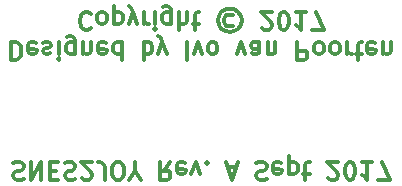
<source format=gbo>
G04 #@! TF.FileFunction,Legend,Bot*
%FSLAX46Y46*%
G04 Gerber Fmt 4.6, Leading zero omitted, Abs format (unit mm)*
G04 Created by KiCad (PCBNEW 4.0.5+dfsg1-4) date Fri Sep 29 16:02:04 2017*
%MOMM*%
%LPD*%
G01*
G04 APERTURE LIST*
%ADD10C,0.100000*%
%ADD11C,0.300000*%
G04 APERTURE END LIST*
D10*
D11*
X82988572Y-65366429D02*
X82988572Y-66866429D01*
X83345715Y-66866429D01*
X83560000Y-66795000D01*
X83702858Y-66652143D01*
X83774286Y-66509286D01*
X83845715Y-66223571D01*
X83845715Y-66009286D01*
X83774286Y-65723571D01*
X83702858Y-65580714D01*
X83560000Y-65437857D01*
X83345715Y-65366429D01*
X82988572Y-65366429D01*
X85060000Y-65437857D02*
X84917143Y-65366429D01*
X84631429Y-65366429D01*
X84488572Y-65437857D01*
X84417143Y-65580714D01*
X84417143Y-66152143D01*
X84488572Y-66295000D01*
X84631429Y-66366429D01*
X84917143Y-66366429D01*
X85060000Y-66295000D01*
X85131429Y-66152143D01*
X85131429Y-66009286D01*
X84417143Y-65866429D01*
X85702857Y-65437857D02*
X85845714Y-65366429D01*
X86131429Y-65366429D01*
X86274286Y-65437857D01*
X86345714Y-65580714D01*
X86345714Y-65652143D01*
X86274286Y-65795000D01*
X86131429Y-65866429D01*
X85917143Y-65866429D01*
X85774286Y-65937857D01*
X85702857Y-66080714D01*
X85702857Y-66152143D01*
X85774286Y-66295000D01*
X85917143Y-66366429D01*
X86131429Y-66366429D01*
X86274286Y-66295000D01*
X86988572Y-65366429D02*
X86988572Y-66366429D01*
X86988572Y-66866429D02*
X86917143Y-66795000D01*
X86988572Y-66723571D01*
X87060000Y-66795000D01*
X86988572Y-66866429D01*
X86988572Y-66723571D01*
X88345715Y-66366429D02*
X88345715Y-65152143D01*
X88274286Y-65009286D01*
X88202858Y-64937857D01*
X88060001Y-64866429D01*
X87845715Y-64866429D01*
X87702858Y-64937857D01*
X88345715Y-65437857D02*
X88202858Y-65366429D01*
X87917144Y-65366429D01*
X87774286Y-65437857D01*
X87702858Y-65509286D01*
X87631429Y-65652143D01*
X87631429Y-66080714D01*
X87702858Y-66223571D01*
X87774286Y-66295000D01*
X87917144Y-66366429D01*
X88202858Y-66366429D01*
X88345715Y-66295000D01*
X89060001Y-66366429D02*
X89060001Y-65366429D01*
X89060001Y-66223571D02*
X89131429Y-66295000D01*
X89274287Y-66366429D01*
X89488572Y-66366429D01*
X89631429Y-66295000D01*
X89702858Y-66152143D01*
X89702858Y-65366429D01*
X90988572Y-65437857D02*
X90845715Y-65366429D01*
X90560001Y-65366429D01*
X90417144Y-65437857D01*
X90345715Y-65580714D01*
X90345715Y-66152143D01*
X90417144Y-66295000D01*
X90560001Y-66366429D01*
X90845715Y-66366429D01*
X90988572Y-66295000D01*
X91060001Y-66152143D01*
X91060001Y-66009286D01*
X90345715Y-65866429D01*
X92345715Y-65366429D02*
X92345715Y-66866429D01*
X92345715Y-65437857D02*
X92202858Y-65366429D01*
X91917144Y-65366429D01*
X91774286Y-65437857D01*
X91702858Y-65509286D01*
X91631429Y-65652143D01*
X91631429Y-66080714D01*
X91702858Y-66223571D01*
X91774286Y-66295000D01*
X91917144Y-66366429D01*
X92202858Y-66366429D01*
X92345715Y-66295000D01*
X94202858Y-65366429D02*
X94202858Y-66866429D01*
X94202858Y-66295000D02*
X94345715Y-66366429D01*
X94631429Y-66366429D01*
X94774286Y-66295000D01*
X94845715Y-66223571D01*
X94917144Y-66080714D01*
X94917144Y-65652143D01*
X94845715Y-65509286D01*
X94774286Y-65437857D01*
X94631429Y-65366429D01*
X94345715Y-65366429D01*
X94202858Y-65437857D01*
X95417144Y-66366429D02*
X95774287Y-65366429D01*
X96131429Y-66366429D02*
X95774287Y-65366429D01*
X95631429Y-65009286D01*
X95560001Y-64937857D01*
X95417144Y-64866429D01*
X97845715Y-65366429D02*
X97845715Y-66866429D01*
X98417144Y-66366429D02*
X98774287Y-65366429D01*
X99131429Y-66366429D01*
X99917144Y-65366429D02*
X99774286Y-65437857D01*
X99702858Y-65509286D01*
X99631429Y-65652143D01*
X99631429Y-66080714D01*
X99702858Y-66223571D01*
X99774286Y-66295000D01*
X99917144Y-66366429D01*
X100131429Y-66366429D01*
X100274286Y-66295000D01*
X100345715Y-66223571D01*
X100417144Y-66080714D01*
X100417144Y-65652143D01*
X100345715Y-65509286D01*
X100274286Y-65437857D01*
X100131429Y-65366429D01*
X99917144Y-65366429D01*
X102060001Y-66366429D02*
X102417144Y-65366429D01*
X102774286Y-66366429D01*
X103988572Y-65366429D02*
X103988572Y-66152143D01*
X103917143Y-66295000D01*
X103774286Y-66366429D01*
X103488572Y-66366429D01*
X103345715Y-66295000D01*
X103988572Y-65437857D02*
X103845715Y-65366429D01*
X103488572Y-65366429D01*
X103345715Y-65437857D01*
X103274286Y-65580714D01*
X103274286Y-65723571D01*
X103345715Y-65866429D01*
X103488572Y-65937857D01*
X103845715Y-65937857D01*
X103988572Y-66009286D01*
X104702858Y-66366429D02*
X104702858Y-65366429D01*
X104702858Y-66223571D02*
X104774286Y-66295000D01*
X104917144Y-66366429D01*
X105131429Y-66366429D01*
X105274286Y-66295000D01*
X105345715Y-66152143D01*
X105345715Y-65366429D01*
X107202858Y-65366429D02*
X107202858Y-66866429D01*
X107774286Y-66866429D01*
X107917144Y-66795000D01*
X107988572Y-66723571D01*
X108060001Y-66580714D01*
X108060001Y-66366429D01*
X107988572Y-66223571D01*
X107917144Y-66152143D01*
X107774286Y-66080714D01*
X107202858Y-66080714D01*
X108917144Y-65366429D02*
X108774286Y-65437857D01*
X108702858Y-65509286D01*
X108631429Y-65652143D01*
X108631429Y-66080714D01*
X108702858Y-66223571D01*
X108774286Y-66295000D01*
X108917144Y-66366429D01*
X109131429Y-66366429D01*
X109274286Y-66295000D01*
X109345715Y-66223571D01*
X109417144Y-66080714D01*
X109417144Y-65652143D01*
X109345715Y-65509286D01*
X109274286Y-65437857D01*
X109131429Y-65366429D01*
X108917144Y-65366429D01*
X110274287Y-65366429D02*
X110131429Y-65437857D01*
X110060001Y-65509286D01*
X109988572Y-65652143D01*
X109988572Y-66080714D01*
X110060001Y-66223571D01*
X110131429Y-66295000D01*
X110274287Y-66366429D01*
X110488572Y-66366429D01*
X110631429Y-66295000D01*
X110702858Y-66223571D01*
X110774287Y-66080714D01*
X110774287Y-65652143D01*
X110702858Y-65509286D01*
X110631429Y-65437857D01*
X110488572Y-65366429D01*
X110274287Y-65366429D01*
X111417144Y-65366429D02*
X111417144Y-66366429D01*
X111417144Y-66080714D02*
X111488572Y-66223571D01*
X111560001Y-66295000D01*
X111702858Y-66366429D01*
X111845715Y-66366429D01*
X112131429Y-66366429D02*
X112702858Y-66366429D01*
X112345715Y-66866429D02*
X112345715Y-65580714D01*
X112417143Y-65437857D01*
X112560001Y-65366429D01*
X112702858Y-65366429D01*
X113774286Y-65437857D02*
X113631429Y-65366429D01*
X113345715Y-65366429D01*
X113202858Y-65437857D01*
X113131429Y-65580714D01*
X113131429Y-66152143D01*
X113202858Y-66295000D01*
X113345715Y-66366429D01*
X113631429Y-66366429D01*
X113774286Y-66295000D01*
X113845715Y-66152143D01*
X113845715Y-66009286D01*
X113131429Y-65866429D01*
X114488572Y-66366429D02*
X114488572Y-65366429D01*
X114488572Y-66223571D02*
X114560000Y-66295000D01*
X114702858Y-66366429D01*
X114917143Y-66366429D01*
X115060000Y-66295000D01*
X115131429Y-66152143D01*
X115131429Y-65366429D01*
X89702858Y-62959286D02*
X89631429Y-62887857D01*
X89417143Y-62816429D01*
X89274286Y-62816429D01*
X89060001Y-62887857D01*
X88917143Y-63030714D01*
X88845715Y-63173571D01*
X88774286Y-63459286D01*
X88774286Y-63673571D01*
X88845715Y-63959286D01*
X88917143Y-64102143D01*
X89060001Y-64245000D01*
X89274286Y-64316429D01*
X89417143Y-64316429D01*
X89631429Y-64245000D01*
X89702858Y-64173571D01*
X90560001Y-62816429D02*
X90417143Y-62887857D01*
X90345715Y-62959286D01*
X90274286Y-63102143D01*
X90274286Y-63530714D01*
X90345715Y-63673571D01*
X90417143Y-63745000D01*
X90560001Y-63816429D01*
X90774286Y-63816429D01*
X90917143Y-63745000D01*
X90988572Y-63673571D01*
X91060001Y-63530714D01*
X91060001Y-63102143D01*
X90988572Y-62959286D01*
X90917143Y-62887857D01*
X90774286Y-62816429D01*
X90560001Y-62816429D01*
X91702858Y-63816429D02*
X91702858Y-62316429D01*
X91702858Y-63745000D02*
X91845715Y-63816429D01*
X92131429Y-63816429D01*
X92274286Y-63745000D01*
X92345715Y-63673571D01*
X92417144Y-63530714D01*
X92417144Y-63102143D01*
X92345715Y-62959286D01*
X92274286Y-62887857D01*
X92131429Y-62816429D01*
X91845715Y-62816429D01*
X91702858Y-62887857D01*
X92917144Y-63816429D02*
X93274287Y-62816429D01*
X93631429Y-63816429D02*
X93274287Y-62816429D01*
X93131429Y-62459286D01*
X93060001Y-62387857D01*
X92917144Y-62316429D01*
X94202858Y-62816429D02*
X94202858Y-63816429D01*
X94202858Y-63530714D02*
X94274286Y-63673571D01*
X94345715Y-63745000D01*
X94488572Y-63816429D01*
X94631429Y-63816429D01*
X95131429Y-62816429D02*
X95131429Y-63816429D01*
X95131429Y-64316429D02*
X95060000Y-64245000D01*
X95131429Y-64173571D01*
X95202857Y-64245000D01*
X95131429Y-64316429D01*
X95131429Y-64173571D01*
X96488572Y-63816429D02*
X96488572Y-62602143D01*
X96417143Y-62459286D01*
X96345715Y-62387857D01*
X96202858Y-62316429D01*
X95988572Y-62316429D01*
X95845715Y-62387857D01*
X96488572Y-62887857D02*
X96345715Y-62816429D01*
X96060001Y-62816429D01*
X95917143Y-62887857D01*
X95845715Y-62959286D01*
X95774286Y-63102143D01*
X95774286Y-63530714D01*
X95845715Y-63673571D01*
X95917143Y-63745000D01*
X96060001Y-63816429D01*
X96345715Y-63816429D01*
X96488572Y-63745000D01*
X97202858Y-62816429D02*
X97202858Y-64316429D01*
X97845715Y-62816429D02*
X97845715Y-63602143D01*
X97774286Y-63745000D01*
X97631429Y-63816429D01*
X97417144Y-63816429D01*
X97274286Y-63745000D01*
X97202858Y-63673571D01*
X98345715Y-63816429D02*
X98917144Y-63816429D01*
X98560001Y-64316429D02*
X98560001Y-63030714D01*
X98631429Y-62887857D01*
X98774287Y-62816429D01*
X98917144Y-62816429D01*
X101774287Y-63959286D02*
X101631429Y-64030714D01*
X101345715Y-64030714D01*
X101202858Y-63959286D01*
X101060001Y-63816429D01*
X100988572Y-63673571D01*
X100988572Y-63387857D01*
X101060001Y-63245000D01*
X101202858Y-63102143D01*
X101345715Y-63030714D01*
X101631429Y-63030714D01*
X101774287Y-63102143D01*
X101488572Y-64530714D02*
X101131429Y-64459286D01*
X100774287Y-64245000D01*
X100560001Y-63887857D01*
X100488572Y-63530714D01*
X100560001Y-63173571D01*
X100774287Y-62816429D01*
X101131429Y-62602143D01*
X101488572Y-62530714D01*
X101845715Y-62602143D01*
X102202858Y-62816429D01*
X102417144Y-63173571D01*
X102488572Y-63530714D01*
X102417144Y-63887857D01*
X102202858Y-64245000D01*
X101845715Y-64459286D01*
X101488572Y-64530714D01*
X104202858Y-64173571D02*
X104274287Y-64245000D01*
X104417144Y-64316429D01*
X104774287Y-64316429D01*
X104917144Y-64245000D01*
X104988573Y-64173571D01*
X105060001Y-64030714D01*
X105060001Y-63887857D01*
X104988573Y-63673571D01*
X104131430Y-62816429D01*
X105060001Y-62816429D01*
X105988572Y-64316429D02*
X106131429Y-64316429D01*
X106274286Y-64245000D01*
X106345715Y-64173571D01*
X106417144Y-64030714D01*
X106488572Y-63745000D01*
X106488572Y-63387857D01*
X106417144Y-63102143D01*
X106345715Y-62959286D01*
X106274286Y-62887857D01*
X106131429Y-62816429D01*
X105988572Y-62816429D01*
X105845715Y-62887857D01*
X105774286Y-62959286D01*
X105702858Y-63102143D01*
X105631429Y-63387857D01*
X105631429Y-63745000D01*
X105702858Y-64030714D01*
X105774286Y-64173571D01*
X105845715Y-64245000D01*
X105988572Y-64316429D01*
X107917143Y-62816429D02*
X107060000Y-62816429D01*
X107488572Y-62816429D02*
X107488572Y-64316429D01*
X107345715Y-64102143D01*
X107202857Y-63959286D01*
X107060000Y-63887857D01*
X108417143Y-64316429D02*
X109417143Y-64316429D01*
X108774286Y-62816429D01*
X83167145Y-75592857D02*
X83381431Y-75521429D01*
X83738574Y-75521429D01*
X83881431Y-75592857D01*
X83952860Y-75664286D01*
X84024288Y-75807143D01*
X84024288Y-75950000D01*
X83952860Y-76092857D01*
X83881431Y-76164286D01*
X83738574Y-76235714D01*
X83452860Y-76307143D01*
X83310002Y-76378571D01*
X83238574Y-76450000D01*
X83167145Y-76592857D01*
X83167145Y-76735714D01*
X83238574Y-76878571D01*
X83310002Y-76950000D01*
X83452860Y-77021429D01*
X83810002Y-77021429D01*
X84024288Y-76950000D01*
X84667145Y-75521429D02*
X84667145Y-77021429D01*
X85524288Y-75521429D01*
X85524288Y-77021429D01*
X86238574Y-76307143D02*
X86738574Y-76307143D01*
X86952860Y-75521429D02*
X86238574Y-75521429D01*
X86238574Y-77021429D01*
X86952860Y-77021429D01*
X87524288Y-75592857D02*
X87738574Y-75521429D01*
X88095717Y-75521429D01*
X88238574Y-75592857D01*
X88310003Y-75664286D01*
X88381431Y-75807143D01*
X88381431Y-75950000D01*
X88310003Y-76092857D01*
X88238574Y-76164286D01*
X88095717Y-76235714D01*
X87810003Y-76307143D01*
X87667145Y-76378571D01*
X87595717Y-76450000D01*
X87524288Y-76592857D01*
X87524288Y-76735714D01*
X87595717Y-76878571D01*
X87667145Y-76950000D01*
X87810003Y-77021429D01*
X88167145Y-77021429D01*
X88381431Y-76950000D01*
X88952859Y-76878571D02*
X89024288Y-76950000D01*
X89167145Y-77021429D01*
X89524288Y-77021429D01*
X89667145Y-76950000D01*
X89738574Y-76878571D01*
X89810002Y-76735714D01*
X89810002Y-76592857D01*
X89738574Y-76378571D01*
X88881431Y-75521429D01*
X89810002Y-75521429D01*
X90881430Y-77021429D02*
X90881430Y-75950000D01*
X90810002Y-75735714D01*
X90667145Y-75592857D01*
X90452859Y-75521429D01*
X90310002Y-75521429D01*
X91881430Y-77021429D02*
X92167144Y-77021429D01*
X92310002Y-76950000D01*
X92452859Y-76807143D01*
X92524287Y-76521429D01*
X92524287Y-76021429D01*
X92452859Y-75735714D01*
X92310002Y-75592857D01*
X92167144Y-75521429D01*
X91881430Y-75521429D01*
X91738573Y-75592857D01*
X91595716Y-75735714D01*
X91524287Y-76021429D01*
X91524287Y-76521429D01*
X91595716Y-76807143D01*
X91738573Y-76950000D01*
X91881430Y-77021429D01*
X93452859Y-76235714D02*
X93452859Y-75521429D01*
X92952859Y-77021429D02*
X93452859Y-76235714D01*
X93952859Y-77021429D01*
X96452859Y-75521429D02*
X95952859Y-76235714D01*
X95595716Y-75521429D02*
X95595716Y-77021429D01*
X96167144Y-77021429D01*
X96310002Y-76950000D01*
X96381430Y-76878571D01*
X96452859Y-76735714D01*
X96452859Y-76521429D01*
X96381430Y-76378571D01*
X96310002Y-76307143D01*
X96167144Y-76235714D01*
X95595716Y-76235714D01*
X97667144Y-75592857D02*
X97524287Y-75521429D01*
X97238573Y-75521429D01*
X97095716Y-75592857D01*
X97024287Y-75735714D01*
X97024287Y-76307143D01*
X97095716Y-76450000D01*
X97238573Y-76521429D01*
X97524287Y-76521429D01*
X97667144Y-76450000D01*
X97738573Y-76307143D01*
X97738573Y-76164286D01*
X97024287Y-76021429D01*
X98238573Y-76521429D02*
X98595716Y-75521429D01*
X98952858Y-76521429D01*
X99524287Y-75664286D02*
X99595715Y-75592857D01*
X99524287Y-75521429D01*
X99452858Y-75592857D01*
X99524287Y-75664286D01*
X99524287Y-75521429D01*
X101310001Y-75950000D02*
X102024287Y-75950000D01*
X101167144Y-75521429D02*
X101667144Y-77021429D01*
X102167144Y-75521429D01*
X103738572Y-75592857D02*
X103952858Y-75521429D01*
X104310001Y-75521429D01*
X104452858Y-75592857D01*
X104524287Y-75664286D01*
X104595715Y-75807143D01*
X104595715Y-75950000D01*
X104524287Y-76092857D01*
X104452858Y-76164286D01*
X104310001Y-76235714D01*
X104024287Y-76307143D01*
X103881429Y-76378571D01*
X103810001Y-76450000D01*
X103738572Y-76592857D01*
X103738572Y-76735714D01*
X103810001Y-76878571D01*
X103881429Y-76950000D01*
X104024287Y-77021429D01*
X104381429Y-77021429D01*
X104595715Y-76950000D01*
X105810000Y-75592857D02*
X105667143Y-75521429D01*
X105381429Y-75521429D01*
X105238572Y-75592857D01*
X105167143Y-75735714D01*
X105167143Y-76307143D01*
X105238572Y-76450000D01*
X105381429Y-76521429D01*
X105667143Y-76521429D01*
X105810000Y-76450000D01*
X105881429Y-76307143D01*
X105881429Y-76164286D01*
X105167143Y-76021429D01*
X106524286Y-76521429D02*
X106524286Y-75021429D01*
X106524286Y-76450000D02*
X106667143Y-76521429D01*
X106952857Y-76521429D01*
X107095714Y-76450000D01*
X107167143Y-76378571D01*
X107238572Y-76235714D01*
X107238572Y-75807143D01*
X107167143Y-75664286D01*
X107095714Y-75592857D01*
X106952857Y-75521429D01*
X106667143Y-75521429D01*
X106524286Y-75592857D01*
X107667143Y-76521429D02*
X108238572Y-76521429D01*
X107881429Y-77021429D02*
X107881429Y-75735714D01*
X107952857Y-75592857D01*
X108095715Y-75521429D01*
X108238572Y-75521429D01*
X109810000Y-76878571D02*
X109881429Y-76950000D01*
X110024286Y-77021429D01*
X110381429Y-77021429D01*
X110524286Y-76950000D01*
X110595715Y-76878571D01*
X110667143Y-76735714D01*
X110667143Y-76592857D01*
X110595715Y-76378571D01*
X109738572Y-75521429D01*
X110667143Y-75521429D01*
X111595714Y-77021429D02*
X111738571Y-77021429D01*
X111881428Y-76950000D01*
X111952857Y-76878571D01*
X112024286Y-76735714D01*
X112095714Y-76450000D01*
X112095714Y-76092857D01*
X112024286Y-75807143D01*
X111952857Y-75664286D01*
X111881428Y-75592857D01*
X111738571Y-75521429D01*
X111595714Y-75521429D01*
X111452857Y-75592857D01*
X111381428Y-75664286D01*
X111310000Y-75807143D01*
X111238571Y-76092857D01*
X111238571Y-76450000D01*
X111310000Y-76735714D01*
X111381428Y-76878571D01*
X111452857Y-76950000D01*
X111595714Y-77021429D01*
X113524285Y-75521429D02*
X112667142Y-75521429D01*
X113095714Y-75521429D02*
X113095714Y-77021429D01*
X112952857Y-76807143D01*
X112809999Y-76664286D01*
X112667142Y-76592857D01*
X114024285Y-77021429D02*
X115024285Y-77021429D01*
X114381428Y-75521429D01*
M02*

</source>
